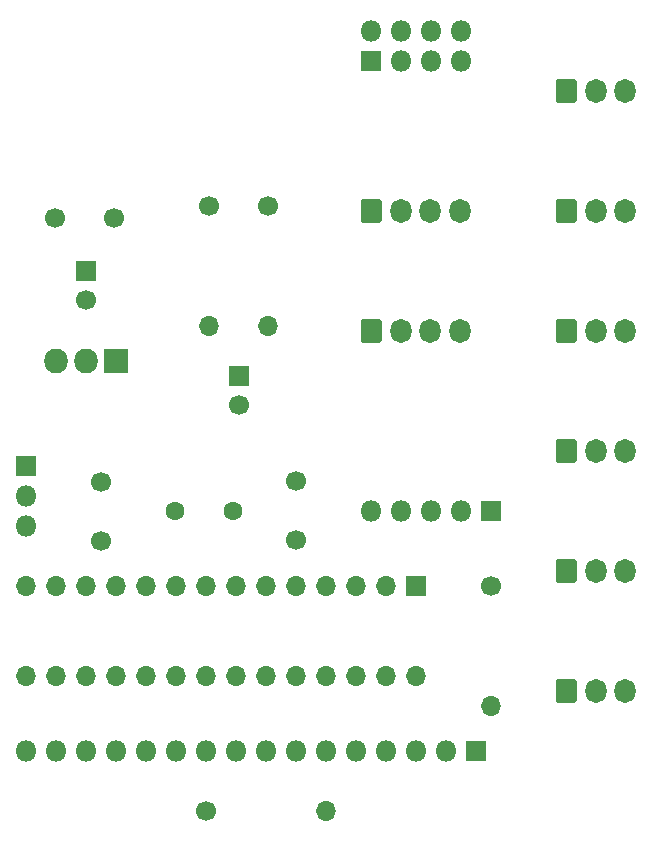
<source format=gbr>
%TF.GenerationSoftware,KiCad,Pcbnew,(5.1.6)-1*%
%TF.CreationDate,2020-12-18T18:22:10+01:00*%
%TF.ProjectId,rc-emitter_tft,72632d65-6d69-4747-9465-725f7466742e,rev?*%
%TF.SameCoordinates,Original*%
%TF.FileFunction,Soldermask,Top*%
%TF.FilePolarity,Negative*%
%FSLAX46Y46*%
G04 Gerber Fmt 4.6, Leading zero omitted, Abs format (unit mm)*
G04 Created by KiCad (PCBNEW (5.1.6)-1) date 2020-12-18 18:22:10*
%MOMM*%
%LPD*%
G01*
G04 APERTURE LIST*
%ADD10O,1.800000X1.800000*%
%ADD11R,1.800000X1.800000*%
%ADD12O,1.700000X1.700000*%
%ADD13C,1.700000*%
%ADD14O,1.800000X2.050000*%
%ADD15C,1.600000*%
%ADD16O,2.005000X2.100000*%
%ADD17R,2.005000X2.100000*%
%ADD18R,1.700000X1.700000*%
G04 APERTURE END LIST*
D10*
%TO.C,RV1*%
X81280000Y-72390000D03*
X81280000Y-69850000D03*
D11*
X81280000Y-67310000D03*
%TD*%
D10*
%TO.C,J10*%
X110490000Y-71120000D03*
X113030000Y-71120000D03*
X115570000Y-71120000D03*
X118110000Y-71120000D03*
D11*
X120650000Y-71120000D03*
%TD*%
D12*
%TO.C,R3*%
X106680000Y-96520000D03*
D13*
X96520000Y-96520000D03*
%TD*%
D14*
%TO.C,J9*%
X117990000Y-45720000D03*
X115490000Y-45720000D03*
X112990000Y-45720000D03*
G36*
G01*
X109590000Y-46480294D02*
X109590000Y-44959706D01*
G75*
G02*
X109854706Y-44695000I264706J0D01*
G01*
X111125294Y-44695000D01*
G75*
G02*
X111390000Y-44959706I0J-264706D01*
G01*
X111390000Y-46480294D01*
G75*
G02*
X111125294Y-46745000I-264706J0D01*
G01*
X109854706Y-46745000D01*
G75*
G02*
X109590000Y-46480294I0J264706D01*
G01*
G37*
%TD*%
%TO.C,J8*%
X117990000Y-55880000D03*
X115490000Y-55880000D03*
X112990000Y-55880000D03*
G36*
G01*
X109590000Y-56640294D02*
X109590000Y-55119706D01*
G75*
G02*
X109854706Y-54855000I264706J0D01*
G01*
X111125294Y-54855000D01*
G75*
G02*
X111390000Y-55119706I0J-264706D01*
G01*
X111390000Y-56640294D01*
G75*
G02*
X111125294Y-56905000I-264706J0D01*
G01*
X109854706Y-56905000D01*
G75*
G02*
X109590000Y-56640294I0J264706D01*
G01*
G37*
%TD*%
%TO.C,J7*%
X132000000Y-86360000D03*
X129500000Y-86360000D03*
G36*
G01*
X126100000Y-87120294D02*
X126100000Y-85599706D01*
G75*
G02*
X126364706Y-85335000I264706J0D01*
G01*
X127635294Y-85335000D01*
G75*
G02*
X127900000Y-85599706I0J-264706D01*
G01*
X127900000Y-87120294D01*
G75*
G02*
X127635294Y-87385000I-264706J0D01*
G01*
X126364706Y-87385000D01*
G75*
G02*
X126100000Y-87120294I0J264706D01*
G01*
G37*
%TD*%
%TO.C,J6*%
X132000000Y-76200000D03*
X129500000Y-76200000D03*
G36*
G01*
X126100000Y-76960294D02*
X126100000Y-75439706D01*
G75*
G02*
X126364706Y-75175000I264706J0D01*
G01*
X127635294Y-75175000D01*
G75*
G02*
X127900000Y-75439706I0J-264706D01*
G01*
X127900000Y-76960294D01*
G75*
G02*
X127635294Y-77225000I-264706J0D01*
G01*
X126364706Y-77225000D01*
G75*
G02*
X126100000Y-76960294I0J264706D01*
G01*
G37*
%TD*%
D10*
%TO.C,LCD1*%
X81280000Y-91440000D03*
X83820000Y-91440000D03*
X86360000Y-91440000D03*
X88900000Y-91440000D03*
X91440000Y-91440000D03*
X93980000Y-91440000D03*
X96520000Y-91440000D03*
X99060000Y-91440000D03*
X101600000Y-91440000D03*
X104140000Y-91440000D03*
X106680000Y-91440000D03*
X109220000Y-91440000D03*
X111760000Y-91440000D03*
X114300000Y-91440000D03*
X116840000Y-91440000D03*
D11*
X119380000Y-91440000D03*
%TD*%
D15*
%TO.C,Y1*%
X93880000Y-71120000D03*
X98760000Y-71120000D03*
%TD*%
D16*
%TO.C,U1*%
X83820000Y-58420000D03*
X86360000Y-58420000D03*
D17*
X88900000Y-58420000D03*
%TD*%
D12*
%TO.C,U0*%
X114300000Y-85090000D03*
X81280000Y-77470000D03*
X111760000Y-85090000D03*
X83820000Y-77470000D03*
X109220000Y-85090000D03*
X86360000Y-77470000D03*
X106680000Y-85090000D03*
X88900000Y-77470000D03*
X104140000Y-85090000D03*
X91440000Y-77470000D03*
X101600000Y-85090000D03*
X93980000Y-77470000D03*
X99060000Y-85090000D03*
X96520000Y-77470000D03*
X96520000Y-85090000D03*
X99060000Y-77470000D03*
X93980000Y-85090000D03*
X101600000Y-77470000D03*
X91440000Y-85090000D03*
X104140000Y-77470000D03*
X88900000Y-85090000D03*
X106680000Y-77470000D03*
X86360000Y-85090000D03*
X109220000Y-77470000D03*
X83820000Y-85090000D03*
X111760000Y-77470000D03*
X81280000Y-85090000D03*
D18*
X114300000Y-77470000D03*
%TD*%
D12*
%TO.C,R14*%
X120650000Y-87630000D03*
D13*
X120650000Y-77470000D03*
%TD*%
D12*
%TO.C,R2*%
X96720000Y-55440000D03*
D13*
X96720000Y-45280000D03*
%TD*%
D12*
%TO.C,R1*%
X101720000Y-55440000D03*
D13*
X101720000Y-45280000D03*
%TD*%
D14*
%TO.C,J5*%
X132000000Y-66040000D03*
X129500000Y-66040000D03*
G36*
G01*
X126100000Y-66800294D02*
X126100000Y-65279706D01*
G75*
G02*
X126364706Y-65015000I264706J0D01*
G01*
X127635294Y-65015000D01*
G75*
G02*
X127900000Y-65279706I0J-264706D01*
G01*
X127900000Y-66800294D01*
G75*
G02*
X127635294Y-67065000I-264706J0D01*
G01*
X126364706Y-67065000D01*
G75*
G02*
X126100000Y-66800294I0J264706D01*
G01*
G37*
%TD*%
%TO.C,J4*%
X132000000Y-55880000D03*
X129500000Y-55880000D03*
G36*
G01*
X126100000Y-56640294D02*
X126100000Y-55119706D01*
G75*
G02*
X126364706Y-54855000I264706J0D01*
G01*
X127635294Y-54855000D01*
G75*
G02*
X127900000Y-55119706I0J-264706D01*
G01*
X127900000Y-56640294D01*
G75*
G02*
X127635294Y-56905000I-264706J0D01*
G01*
X126364706Y-56905000D01*
G75*
G02*
X126100000Y-56640294I0J264706D01*
G01*
G37*
%TD*%
%TO.C,J3*%
X132000000Y-45720000D03*
X129500000Y-45720000D03*
G36*
G01*
X126100000Y-46480294D02*
X126100000Y-44959706D01*
G75*
G02*
X126364706Y-44695000I264706J0D01*
G01*
X127635294Y-44695000D01*
G75*
G02*
X127900000Y-44959706I0J-264706D01*
G01*
X127900000Y-46480294D01*
G75*
G02*
X127635294Y-46745000I-264706J0D01*
G01*
X126364706Y-46745000D01*
G75*
G02*
X126100000Y-46480294I0J264706D01*
G01*
G37*
%TD*%
%TO.C,J2*%
X132000000Y-35560000D03*
X129500000Y-35560000D03*
G36*
G01*
X126100000Y-36320294D02*
X126100000Y-34799706D01*
G75*
G02*
X126364706Y-34535000I264706J0D01*
G01*
X127635294Y-34535000D01*
G75*
G02*
X127900000Y-34799706I0J-264706D01*
G01*
X127900000Y-36320294D01*
G75*
G02*
X127635294Y-36585000I-264706J0D01*
G01*
X126364706Y-36585000D01*
G75*
G02*
X126100000Y-36320294I0J264706D01*
G01*
G37*
%TD*%
D10*
%TO.C,J1*%
X118110000Y-30480000D03*
X118110000Y-33020000D03*
X115570000Y-30480000D03*
X115570000Y-33020000D03*
X113030000Y-30480000D03*
X113030000Y-33020000D03*
X110490000Y-30480000D03*
D11*
X110490000Y-33020000D03*
%TD*%
D13*
%TO.C,C4*%
X86360000Y-53300000D03*
D18*
X86360000Y-50800000D03*
%TD*%
D13*
%TO.C,C2*%
X99314000Y-62190000D03*
D18*
X99314000Y-59690000D03*
%TD*%
D13*
%TO.C,C1*%
X87630000Y-68660000D03*
X87630000Y-73660000D03*
%TD*%
%TO.C,C0*%
X104140000Y-73580000D03*
X104140000Y-68580000D03*
%TD*%
%TO.C,100nF1*%
X83720000Y-46280000D03*
X88720000Y-46280000D03*
%TD*%
M02*

</source>
